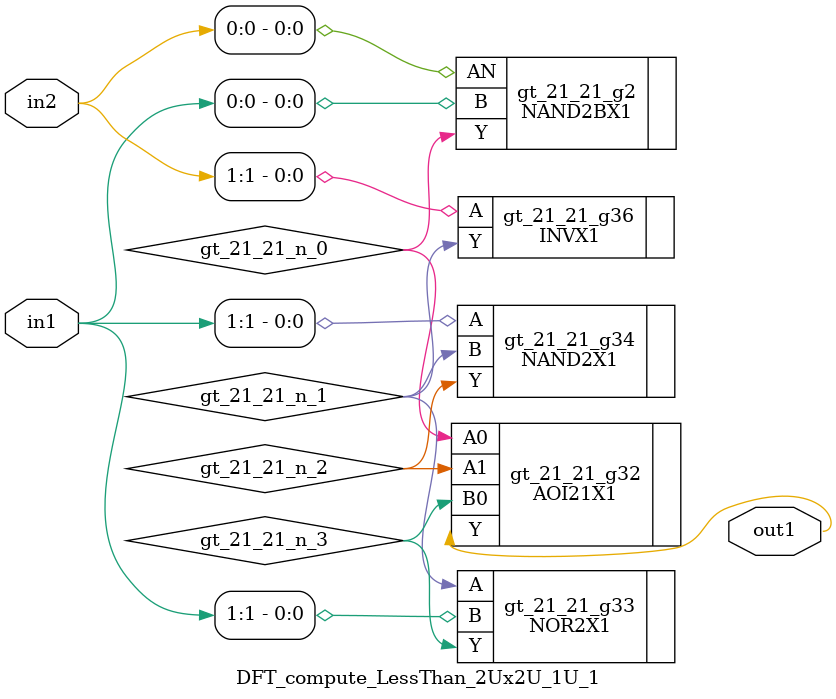
<source format=v>
`timescale 1ps / 1ps


module DFT_compute_LessThan_2Ux2U_1U_1(in2, in1, out1);
  input [1:0] in2, in1;
  output out1;
  wire [1:0] in2, in1;
  wire out1;
  wire gt_21_21_n_0, gt_21_21_n_1, gt_21_21_n_2, gt_21_21_n_3;
  AOI21X1 gt_21_21_g32(.A0 (gt_21_21_n_0), .A1 (gt_21_21_n_2), .B0
       (gt_21_21_n_3), .Y (out1));
  NOR2X1 gt_21_21_g33(.A (gt_21_21_n_1), .B (in1[1]), .Y
       (gt_21_21_n_3));
  NAND2X1 gt_21_21_g34(.A (in1[1]), .B (gt_21_21_n_1), .Y
       (gt_21_21_n_2));
  INVX1 gt_21_21_g36(.A (in2[1]), .Y (gt_21_21_n_1));
  NAND2BX1 gt_21_21_g2(.AN (in2[0]), .B (in1[0]), .Y (gt_21_21_n_0));
endmodule



</source>
